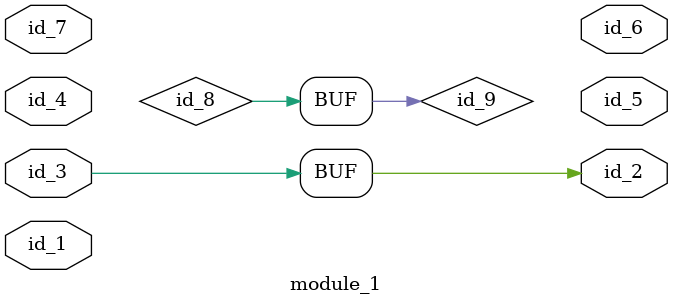
<source format=v>
module module_0 ();
  wire id_1, id_2, id_3, id_4, id_5, id_6;
  wire id_7;
endmodule
module module_1 (
    id_1,
    id_2,
    id_3,
    id_4,
    id_5,
    id_6,
    id_7
);
  inout wire id_7;
  output wire id_6;
  output wire id_5;
  input wire id_4;
  input wire id_3;
  output wire id_2;
  input wire id_1;
  wire id_8, id_9;
  assign id_9 = id_8;
  module_0 modCall_1 ();
  assign id_2[1<=1'b0] = id_3;
endmodule

</source>
